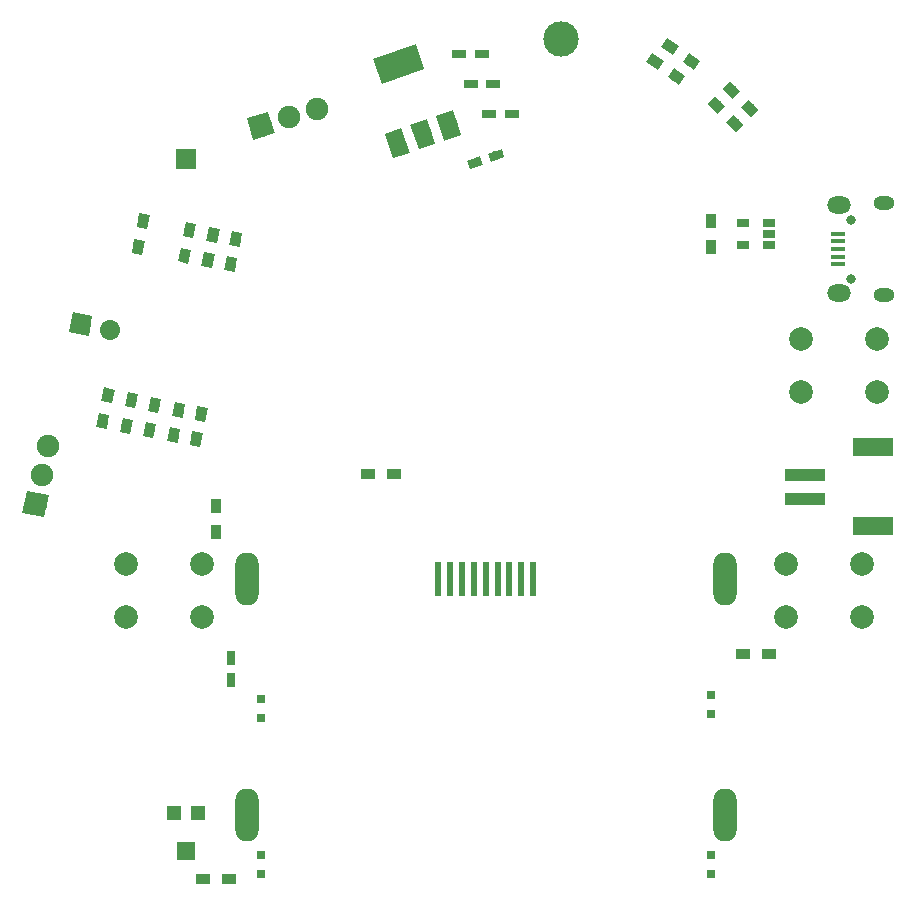
<source format=gbr>
G04 #@! TF.GenerationSoftware,KiCad,Pcbnew,(5.0.0-3-g5ebb6b6)*
G04 #@! TF.CreationDate,2019-01-31T17:24:29+01:00*
G04 #@! TF.ProjectId,Securityfest_2019_badge_beta,5365637572697479666573745F323031,rev?*
G04 #@! TF.SameCoordinates,Original*
G04 #@! TF.FileFunction,Soldermask,Top*
G04 #@! TF.FilePolarity,Negative*
%FSLAX46Y46*%
G04 Gerber Fmt 4.6, Leading zero omitted, Abs format (unit mm)*
G04 Created by KiCad (PCBNEW (5.0.0-3-g5ebb6b6)) date 2019 January 31, Thursday 17:24:29*
%MOMM*%
%LPD*%
G01*
G04 APERTURE LIST*
%ADD10R,3.500000X1.000000*%
%ADD11R,3.400000X1.500000*%
%ADD12C,2.000000*%
%ADD13R,1.700000X1.700000*%
%ADD14C,1.700000*%
%ADD15C,0.100000*%
%ADD16C,1.700000*%
%ADD17R,1.600000X1.500000*%
%ADD18R,1.200000X1.200000*%
%ADD19R,0.800000X0.800000*%
%ADD20R,1.200000X0.750000*%
%ADD21C,0.750000*%
%ADD22R,0.750000X1.200000*%
%ADD23C,0.900000*%
%ADD24O,0.800000X0.800000*%
%ADD25O,1.800000X1.150000*%
%ADD26O,2.000000X1.450000*%
%ADD27R,1.300000X0.450000*%
%ADD28R,0.900000X1.200000*%
%ADD29R,1.200000X0.900000*%
%ADD30C,1.900000*%
%ADD31R,1.060000X0.650000*%
%ADD32C,1.500000*%
%ADD33C,2.200000*%
%ADD34O,2.000000X4.500000*%
%ADD35R,0.600000X3.000000*%
%ADD36C,3.000000*%
G04 APERTURE END LIST*
D10*
G04 #@! TO.C,J2*
X179420800Y-83346800D03*
X179420800Y-81346800D03*
D11*
X185170800Y-85696800D03*
X185170800Y-78996800D03*
G04 #@! TD*
D12*
G04 #@! TO.C,SW3*
X185570000Y-69850000D03*
X185570000Y-74350000D03*
X179070000Y-69850000D03*
X179070000Y-74350000D03*
G04 #@! TD*
D13*
G04 #@! TO.C,GPIO16*
X127000000Y-54610000D03*
G04 #@! TD*
D14*
G04 #@! TO.C,TX/RX*
X118110000Y-68580000D03*
D15*
G36*
X117113429Y-69252195D02*
X117437805Y-67583429D01*
X119106571Y-67907805D01*
X118782195Y-69576571D01*
X117113429Y-69252195D01*
X117113429Y-69252195D01*
G37*
D14*
X120603333Y-69064655D03*
D16*
X120603333Y-69064655D02*
X120603333Y-69064655D01*
G04 #@! TD*
D17*
G04 #@! TO.C,RV1*
X127000000Y-113210000D03*
D18*
X128000000Y-109960000D03*
X126000000Y-109960000D03*
G04 #@! TD*
D19*
G04 #@! TO.C,D6*
X171450000Y-113500000D03*
X171450000Y-115100000D03*
G04 #@! TD*
G04 #@! TO.C,D5*
X171450000Y-101600000D03*
X171450000Y-100000000D03*
G04 #@! TD*
G04 #@! TO.C,D3*
X133350000Y-101930000D03*
X133350000Y-100330000D03*
G04 #@! TD*
G04 #@! TO.C,D4*
X133350000Y-115100000D03*
X133350000Y-113500000D03*
G04 #@! TD*
D20*
G04 #@! TO.C,C1*
X154620000Y-50800000D03*
X152720000Y-50800000D03*
G04 #@! TD*
G04 #@! TO.C,C2*
X151130000Y-48260000D03*
X153030000Y-48260000D03*
G04 #@! TD*
D21*
G04 #@! TO.C,C3*
X153298243Y-54300710D03*
D15*
G36*
X153743466Y-53750800D02*
X153987642Y-54459939D01*
X152853020Y-54850620D01*
X152608844Y-54141481D01*
X153743466Y-53750800D01*
X153743466Y-53750800D01*
G37*
D21*
X151501757Y-54919290D03*
D15*
G36*
X151946980Y-54369380D02*
X152191156Y-55078519D01*
X151056534Y-55469200D01*
X150812358Y-54760061D01*
X151946980Y-54369380D01*
X151946980Y-54369380D01*
G37*
G04 #@! TD*
D20*
G04 #@! TO.C,C4*
X150180000Y-45720000D03*
X152080000Y-45720000D03*
G04 #@! TD*
D22*
G04 #@! TO.C,C5*
X130810000Y-98740000D03*
X130810000Y-96840000D03*
G04 #@! TD*
D23*
G04 #@! TO.C,D1*
X174767817Y-50307817D03*
D15*
G36*
X174025355Y-50201751D02*
X174661751Y-49565355D01*
X175510279Y-50413883D01*
X174873883Y-51050279D01*
X174025355Y-50201751D01*
X174025355Y-50201751D01*
G37*
D23*
X173212183Y-48752183D03*
D15*
G36*
X172469721Y-48646117D02*
X173106117Y-48009721D01*
X173954645Y-48858249D01*
X173318249Y-49494645D01*
X172469721Y-48646117D01*
X172469721Y-48646117D01*
G37*
G04 #@! TD*
D23*
G04 #@! TO.C,D2*
X168008933Y-45089066D03*
D15*
G36*
X168758534Y-45064593D02*
X168242315Y-45801830D01*
X167259332Y-45113539D01*
X167775551Y-44376302D01*
X168758534Y-45064593D01*
X168758534Y-45064593D01*
G37*
D23*
X169811067Y-46350934D03*
D15*
G36*
X170560668Y-46326461D02*
X170044449Y-47063698D01*
X169061466Y-46375407D01*
X169577685Y-45638170D01*
X170560668Y-46326461D01*
X170560668Y-46326461D01*
G37*
G04 #@! TD*
D24*
G04 #@! TO.C,J1*
X183350000Y-59730000D03*
X183350000Y-64730000D03*
D25*
X186100000Y-58355000D03*
X186100000Y-66105000D03*
D26*
X182300000Y-58505000D03*
X182300000Y-65955000D03*
D27*
X182250000Y-60930000D03*
X182250000Y-61580000D03*
X182250000Y-62230000D03*
X182250000Y-62880000D03*
X182250000Y-63530000D03*
G04 #@! TD*
D28*
G04 #@! TO.C,R1*
X171450000Y-62060000D03*
X171450000Y-59860000D03*
G04 #@! TD*
D23*
G04 #@! TO.C,R2*
X171942183Y-50022183D03*
D15*
G36*
X171199721Y-49916117D02*
X171836117Y-49279721D01*
X172684645Y-50128249D01*
X172048249Y-50764645D01*
X171199721Y-49916117D01*
X171199721Y-49916117D01*
G37*
D23*
X173497817Y-51577817D03*
D15*
G36*
X172755355Y-51471751D02*
X173391751Y-50835355D01*
X174240279Y-51683883D01*
X173603883Y-52320279D01*
X172755355Y-51471751D01*
X172755355Y-51471751D01*
G37*
G04 #@! TD*
D23*
G04 #@! TO.C,R3*
X166738933Y-46359066D03*
D15*
G36*
X167488534Y-46334593D02*
X166972315Y-47071830D01*
X165989332Y-46383539D01*
X166505551Y-45646302D01*
X167488534Y-46334593D01*
X167488534Y-46334593D01*
G37*
D23*
X168541067Y-47620934D03*
D15*
G36*
X169290668Y-47596461D02*
X168774449Y-48333698D01*
X167791466Y-47645407D01*
X168307685Y-46908170D01*
X169290668Y-47596461D01*
X169290668Y-47596461D01*
G37*
G04 #@! TD*
D29*
G04 #@! TO.C,R4*
X142410000Y-81280000D03*
X144610000Y-81280000D03*
G04 #@! TD*
G04 #@! TO.C,R5*
X176360000Y-96520000D03*
X174160000Y-96520000D03*
G04 #@! TD*
D28*
G04 #@! TO.C,R6*
X129540000Y-83990000D03*
X129540000Y-86190000D03*
G04 #@! TD*
D29*
G04 #@! TO.C,R7*
X128440000Y-115570000D03*
X130640000Y-115570000D03*
G04 #@! TD*
D23*
G04 #@! TO.C,R8*
X122974459Y-62038676D03*
D15*
G36*
X122650750Y-61362131D02*
X123533303Y-61538483D01*
X123298168Y-62715221D01*
X122415615Y-62538869D01*
X122650750Y-61362131D01*
X122650750Y-61362131D01*
G37*
D23*
X123405541Y-59881324D03*
D15*
G36*
X123081832Y-59204779D02*
X123964385Y-59381131D01*
X123729250Y-60557869D01*
X122846697Y-60381517D01*
X123081832Y-59204779D01*
X123081832Y-59204779D01*
G37*
G04 #@! TD*
D23*
G04 #@! TO.C,R9*
X126884459Y-62778676D03*
D15*
G36*
X126560750Y-62102131D02*
X127443303Y-62278483D01*
X127208168Y-63455221D01*
X126325615Y-63278869D01*
X126560750Y-62102131D01*
X126560750Y-62102131D01*
G37*
D23*
X127315541Y-60621324D03*
D15*
G36*
X126991832Y-59944779D02*
X127874385Y-60121131D01*
X127639250Y-61297869D01*
X126756697Y-61121517D01*
X126991832Y-59944779D01*
X126991832Y-59944779D01*
G37*
G04 #@! TD*
D23*
G04 #@! TO.C,R10*
X129315541Y-61021324D03*
D15*
G36*
X128991832Y-60344779D02*
X129874385Y-60521131D01*
X129639250Y-61697869D01*
X128756697Y-61521517D01*
X128991832Y-60344779D01*
X128991832Y-60344779D01*
G37*
D23*
X128884459Y-63178676D03*
D15*
G36*
X128560750Y-62502131D02*
X129443303Y-62678483D01*
X129208168Y-63855221D01*
X128325615Y-63678869D01*
X128560750Y-62502131D01*
X128560750Y-62502131D01*
G37*
G04 #@! TD*
D23*
G04 #@! TO.C,R11*
X130810000Y-63500000D03*
D15*
G36*
X130486291Y-62823455D02*
X131368844Y-62999807D01*
X131133709Y-64176545D01*
X130251156Y-64000193D01*
X130486291Y-62823455D01*
X130486291Y-62823455D01*
G37*
D23*
X131241082Y-61342648D03*
D15*
G36*
X130917373Y-60666103D02*
X131799926Y-60842455D01*
X131564791Y-62019193D01*
X130682238Y-61842841D01*
X130917373Y-60666103D01*
X130917373Y-60666103D01*
G37*
G04 #@! TD*
D23*
G04 #@! TO.C,R12*
X119984459Y-76778676D03*
D15*
G36*
X120308168Y-77455221D02*
X119425615Y-77278869D01*
X119660750Y-76102131D01*
X120543303Y-76278483D01*
X120308168Y-77455221D01*
X120308168Y-77455221D01*
G37*
D23*
X120415541Y-74621324D03*
D15*
G36*
X120739250Y-75297869D02*
X119856697Y-75121517D01*
X120091832Y-73944779D01*
X120974385Y-74121131D01*
X120739250Y-75297869D01*
X120739250Y-75297869D01*
G37*
G04 #@! TD*
D23*
G04 #@! TO.C,R13*
X122415541Y-75021324D03*
D15*
G36*
X122739250Y-75697869D02*
X121856697Y-75521517D01*
X122091832Y-74344779D01*
X122974385Y-74521131D01*
X122739250Y-75697869D01*
X122739250Y-75697869D01*
G37*
D23*
X121984459Y-77178676D03*
D15*
G36*
X122308168Y-77855221D02*
X121425615Y-77678869D01*
X121660750Y-76502131D01*
X122543303Y-76678483D01*
X122308168Y-77855221D01*
X122308168Y-77855221D01*
G37*
G04 #@! TD*
D23*
G04 #@! TO.C,R14*
X123934459Y-77578676D03*
D15*
G36*
X124258168Y-78255221D02*
X123375615Y-78078869D01*
X123610750Y-76902131D01*
X124493303Y-77078483D01*
X124258168Y-78255221D01*
X124258168Y-78255221D01*
G37*
D23*
X124365541Y-75421324D03*
D15*
G36*
X124689250Y-76097869D02*
X123806697Y-75921517D01*
X124041832Y-74744779D01*
X124924385Y-74921131D01*
X124689250Y-76097869D01*
X124689250Y-76097869D01*
G37*
G04 #@! TD*
D23*
G04 #@! TO.C,R15*
X125984459Y-77978676D03*
D15*
G36*
X126308168Y-78655221D02*
X125425615Y-78478869D01*
X125660750Y-77302131D01*
X126543303Y-77478483D01*
X126308168Y-78655221D01*
X126308168Y-78655221D01*
G37*
D23*
X126415541Y-75821324D03*
D15*
G36*
X126739250Y-76497869D02*
X125856697Y-76321517D01*
X126091832Y-75144779D01*
X126974385Y-75321131D01*
X126739250Y-76497869D01*
X126739250Y-76497869D01*
G37*
G04 #@! TD*
D23*
G04 #@! TO.C,R16*
X127884459Y-78338676D03*
D15*
G36*
X128208168Y-79015221D02*
X127325615Y-78838869D01*
X127560750Y-77662131D01*
X128443303Y-77838483D01*
X128208168Y-79015221D01*
X128208168Y-79015221D01*
G37*
D23*
X128315541Y-76181324D03*
D15*
G36*
X128639250Y-76857869D02*
X127756697Y-76681517D01*
X127991832Y-75504779D01*
X128874385Y-75681131D01*
X128639250Y-76857869D01*
X128639250Y-76857869D01*
G37*
G04 #@! TD*
D30*
G04 #@! TO.C,S1*
X133350000Y-51800000D03*
D15*
G36*
X132719264Y-52986243D02*
X132163757Y-51169264D01*
X133980736Y-50613757D01*
X134536243Y-52430736D01*
X132719264Y-52986243D01*
X132719264Y-52986243D01*
G37*
D30*
X135740762Y-51069071D03*
X138131524Y-50338141D03*
G04 #@! TD*
G04 #@! TO.C,S2*
X115339558Y-78929262D03*
X114819779Y-81374631D03*
X114300000Y-83820000D03*
D15*
G36*
X115031724Y-84946756D02*
X113173244Y-84551724D01*
X113568276Y-82693244D01*
X115426756Y-83088276D01*
X115031724Y-84946756D01*
X115031724Y-84946756D01*
G37*
G04 #@! TD*
D12*
G04 #@! TO.C,SW1*
X128420000Y-88900000D03*
X128420000Y-93400000D03*
X121920000Y-88900000D03*
X121920000Y-93400000D03*
G04 #@! TD*
G04 #@! TO.C,SW2*
X177800000Y-93400000D03*
X177800000Y-88900000D03*
X184300000Y-93400000D03*
X184300000Y-88900000D03*
G04 #@! TD*
D31*
G04 #@! TO.C,U1*
X174160000Y-61910000D03*
X174160000Y-60010000D03*
X176360000Y-60010000D03*
X176360000Y-60960000D03*
X176360000Y-61910000D03*
G04 #@! TD*
D32*
G04 #@! TO.C,U2*
X149250232Y-51759577D03*
D15*
G36*
X148899218Y-53043824D02*
X148182968Y-50963683D01*
X149601246Y-50475330D01*
X150317496Y-52555471D01*
X148899218Y-53043824D01*
X148899218Y-53043824D01*
G37*
D32*
X147075540Y-52508384D03*
D15*
G36*
X146724526Y-53792631D02*
X146008276Y-51712490D01*
X147426554Y-51224137D01*
X148142804Y-53304278D01*
X146724526Y-53792631D01*
X146724526Y-53792631D01*
G37*
D32*
X144900847Y-53257190D03*
D15*
G36*
X144549833Y-54541437D02*
X143833583Y-52461296D01*
X145251861Y-51972943D01*
X145968111Y-54053084D01*
X144549833Y-54541437D01*
X144549833Y-54541437D01*
G37*
D33*
X145024460Y-46551616D03*
D15*
G36*
X143586100Y-48210266D02*
X142869850Y-46130125D01*
X146462820Y-44892966D01*
X147179070Y-46973107D01*
X143586100Y-48210266D01*
X143586100Y-48210266D01*
G37*
G04 #@! TD*
D32*
G04 #@! TO.C,U3*
X172650000Y-110630000D03*
X172650000Y-109380000D03*
X132150000Y-110880000D03*
X132150000Y-109630000D03*
X132150000Y-111380000D03*
X132150000Y-108880000D03*
X132150000Y-91380000D03*
X132150000Y-90880000D03*
X132150000Y-88880000D03*
X132150000Y-89380000D03*
X172650000Y-111380000D03*
X172650000Y-108880000D03*
X172650000Y-90630000D03*
D34*
X172650000Y-110130000D03*
X132150000Y-110130000D03*
X172650000Y-90130000D03*
X132150000Y-90130000D03*
D35*
X156400000Y-90130000D03*
X155400000Y-90130000D03*
X154400000Y-90130000D03*
X153400000Y-90130000D03*
X148400000Y-90130000D03*
X149400000Y-90130000D03*
X152400000Y-90130000D03*
X151400000Y-90130000D03*
X150400000Y-90130000D03*
D32*
X172650000Y-88880000D03*
X172650000Y-91380000D03*
X172650000Y-89380000D03*
G04 #@! TD*
D36*
G04 #@! TO.C,REF\002A\002A*
X158750000Y-44450000D03*
G04 #@! TD*
M02*

</source>
